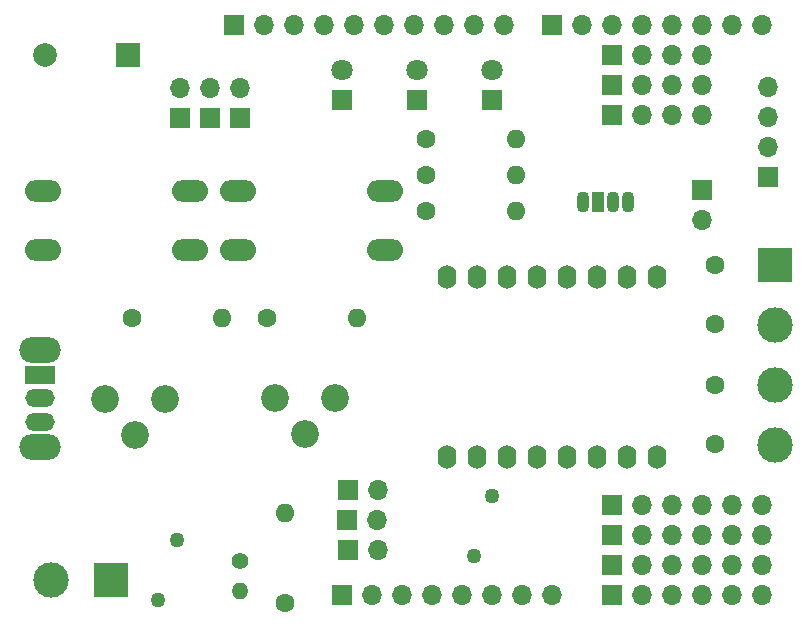
<source format=gts>
%TF.GenerationSoftware,KiCad,Pcbnew,7.0.8-7.0.8~ubuntu22.04.1*%
%TF.CreationDate,2023-10-24T12:18:41+02:00*%
%TF.ProjectId,BATConcho,42415443-6f6e-4636-986f-2e6b69636164,rev?*%
%TF.SameCoordinates,Original*%
%TF.FileFunction,Soldermask,Top*%
%TF.FilePolarity,Negative*%
%FSLAX46Y46*%
G04 Gerber Fmt 4.6, Leading zero omitted, Abs format (unit mm)*
G04 Created by KiCad (PCBNEW 7.0.8-7.0.8~ubuntu22.04.1) date 2023-10-24 12:18:41*
%MOMM*%
%LPD*%
G01*
G04 APERTURE LIST*
%ADD10R,1.700000X1.700000*%
%ADD11O,1.700000X1.700000*%
%ADD12C,1.600000*%
%ADD13O,1.600000X1.600000*%
%ADD14C,1.270000*%
%ADD15O,1.070000X1.800000*%
%ADD16R,1.070000X1.800000*%
%ADD17O,3.048000X1.850000*%
%ADD18C,2.340000*%
%ADD19R,1.800000X1.800000*%
%ADD20C,1.800000*%
%ADD21C,1.400000*%
%ADD22O,1.400000X1.400000*%
%ADD23R,2.000000X2.000000*%
%ADD24C,2.000000*%
%ADD25O,3.500000X2.200000*%
%ADD26R,2.500000X1.500000*%
%ADD27O,2.500000X1.500000*%
%ADD28R,3.000000X3.000000*%
%ADD29C,3.000000*%
%ADD30O,1.600000X2.000000*%
G04 APERTURE END LIST*
D10*
%TO.C,J4*%
X127940000Y-97460000D03*
D11*
X130480000Y-97460000D03*
X133020000Y-97460000D03*
X135560000Y-97460000D03*
X138100000Y-97460000D03*
X140640000Y-97460000D03*
X143180000Y-97460000D03*
X145720000Y-97460000D03*
%TD*%
D10*
%TO.C,J6*%
X150800000Y-97460000D03*
D11*
X153340000Y-97460000D03*
X155880000Y-97460000D03*
X158420000Y-97460000D03*
X160960000Y-97460000D03*
X163500000Y-97460000D03*
%TD*%
D10*
%TO.C,J3*%
X118796000Y-49200000D03*
D11*
X121336000Y-49200000D03*
X123876000Y-49200000D03*
X126416000Y-49200000D03*
X128956000Y-49200000D03*
X131496000Y-49200000D03*
X134036000Y-49200000D03*
X136576000Y-49200000D03*
X139116000Y-49200000D03*
X141656000Y-49200000D03*
%TD*%
D10*
%TO.C,J7*%
X145720000Y-49200000D03*
D11*
X148260000Y-49200000D03*
X150800000Y-49200000D03*
X153340000Y-49200000D03*
X155880000Y-49200000D03*
X158420000Y-49200000D03*
X160960000Y-49200000D03*
X163500000Y-49200000D03*
%TD*%
D12*
%TO.C,R2*%
X123114000Y-98095000D03*
D13*
X123114000Y-90475000D03*
%TD*%
D10*
%TO.C,J10*%
X150800000Y-89840000D03*
D11*
X153340000Y-89840000D03*
X155880000Y-89840000D03*
X158420000Y-89840000D03*
X160960000Y-89840000D03*
X163500000Y-89840000D03*
%TD*%
D14*
%TO.C,F1*%
X139116000Y-94158000D03*
X140716000Y-89058000D03*
%TD*%
D10*
%TO.C,J11*%
X150800000Y-51740000D03*
D11*
X153340000Y-51740000D03*
X155880000Y-51740000D03*
X158420000Y-51740000D03*
%TD*%
D15*
%TO.C,D4*%
X148392000Y-64186000D03*
D16*
X149662000Y-64186000D03*
D15*
X150932000Y-64186000D03*
X152202000Y-64186000D03*
%TD*%
D17*
%TO.C,SW2*%
X119160000Y-63210000D03*
X131660000Y-63210000D03*
X119160000Y-68210000D03*
X131660000Y-68210000D03*
%TD*%
D18*
%TO.C,RV2*%
X122290000Y-80776000D03*
X124830000Y-83824000D03*
X127370000Y-80776000D03*
%TD*%
D19*
%TO.C,D2*%
X134290000Y-55550000D03*
D20*
X134290000Y-53010000D03*
%TD*%
D10*
%TO.C,JP7*%
X116764000Y-57079000D03*
D11*
X116764000Y-54539000D03*
%TD*%
D19*
%TO.C,D3*%
X140640000Y-55550000D03*
D20*
X140640000Y-53010000D03*
%TD*%
D10*
%TO.C,JP2*%
X128448000Y-93650000D03*
D11*
X130988000Y-93650000D03*
%TD*%
D10*
%TO.C,J5*%
X164008000Y-62017000D03*
D11*
X164008000Y-59477000D03*
X164008000Y-56937000D03*
X164008000Y-54397000D03*
%TD*%
D10*
%TO.C,J13*%
X150810000Y-56820000D03*
D11*
X153350000Y-56820000D03*
X155890000Y-56820000D03*
X158430000Y-56820000D03*
%TD*%
D10*
%TO.C,J12*%
X150810000Y-54280000D03*
D11*
X153350000Y-54280000D03*
X155890000Y-54280000D03*
X158430000Y-54280000D03*
%TD*%
D17*
%TO.C,SW3*%
X102650000Y-63210000D03*
X115150000Y-63210000D03*
X102650000Y-68210000D03*
X115150000Y-68210000D03*
%TD*%
D19*
%TO.C,D1*%
X127940000Y-55550000D03*
D20*
X127940000Y-53010000D03*
%TD*%
D10*
%TO.C,JP6*%
X119304000Y-57079000D03*
D11*
X119304000Y-54539000D03*
%TD*%
D12*
%TO.C,R7*%
X110160000Y-73965000D03*
D13*
X117780000Y-73965000D03*
%TD*%
D12*
%TO.C,C1*%
X159563000Y-69520000D03*
X159563000Y-74520000D03*
%TD*%
%TO.C,C2*%
X159563000Y-79680000D03*
X159563000Y-84680000D03*
%TD*%
%TO.C,R6*%
X121590000Y-73965000D03*
D13*
X129210000Y-73965000D03*
%TD*%
D10*
%TO.C,JP5*%
X128448000Y-88570000D03*
D11*
X130988000Y-88570000D03*
%TD*%
D12*
%TO.C,R3*%
X135052000Y-58852000D03*
D13*
X142672000Y-58852000D03*
%TD*%
D21*
%TO.C,R1*%
X119304000Y-94539000D03*
D22*
X119304000Y-97079000D03*
%TD*%
D10*
%TO.C,JP1*%
X114224000Y-57079000D03*
D11*
X114224000Y-54539000D03*
%TD*%
D14*
%TO.C,F2*%
X112408000Y-97851000D03*
X114008000Y-92751000D03*
%TD*%
D18*
%TO.C,RV1*%
X107874000Y-80823000D03*
X110414000Y-83871000D03*
X112954000Y-80823000D03*
%TD*%
D23*
%TO.C,BZ1*%
X109860000Y-51740000D03*
D24*
X102860000Y-51740000D03*
%TD*%
D25*
%TO.C,SW1*%
X102413000Y-76691000D03*
X102413000Y-84891000D03*
D26*
X102413000Y-78791000D03*
D27*
X102413000Y-80791000D03*
X102413000Y-82791000D03*
%TD*%
D28*
%TO.C,J2*%
X164643000Y-69520000D03*
D29*
X164643000Y-74600000D03*
X164643000Y-79680000D03*
X164643000Y-84760000D03*
%TD*%
D28*
%TO.C,J1*%
X108382000Y-96190000D03*
D29*
X103302000Y-96190000D03*
%TD*%
D12*
%TO.C,R4*%
X135052000Y-61900000D03*
D13*
X142672000Y-61900000D03*
%TD*%
D12*
%TO.C,R5*%
X135052000Y-64948000D03*
D13*
X142672000Y-64948000D03*
%TD*%
D10*
%TO.C,JP3*%
X128443000Y-91110000D03*
D11*
X130983000Y-91110000D03*
%TD*%
D10*
%TO.C,J8*%
X150800000Y-94920000D03*
D11*
X153340000Y-94920000D03*
X155880000Y-94920000D03*
X158420000Y-94920000D03*
X160960000Y-94920000D03*
X163500000Y-94920000D03*
%TD*%
D30*
%TO.C,U1*%
X136830000Y-85776000D03*
X139370000Y-85776000D03*
X141910000Y-85776000D03*
X144450000Y-85776000D03*
X146990000Y-85776000D03*
X149530000Y-85776000D03*
X152070000Y-85776000D03*
X154610000Y-85776000D03*
X154610000Y-70536000D03*
X152070000Y-70536000D03*
X149530000Y-70536000D03*
X146990000Y-70536000D03*
X144450000Y-70536000D03*
X141910000Y-70536000D03*
X139370000Y-70536000D03*
X136830000Y-70536000D03*
%TD*%
D10*
%TO.C,JP4*%
X158420000Y-63170000D03*
D11*
X158420000Y-65710000D03*
%TD*%
D10*
%TO.C,J9*%
X150800000Y-92380000D03*
D11*
X153340000Y-92380000D03*
X155880000Y-92380000D03*
X158420000Y-92380000D03*
X160960000Y-92380000D03*
X163500000Y-92380000D03*
%TD*%
M02*

</source>
